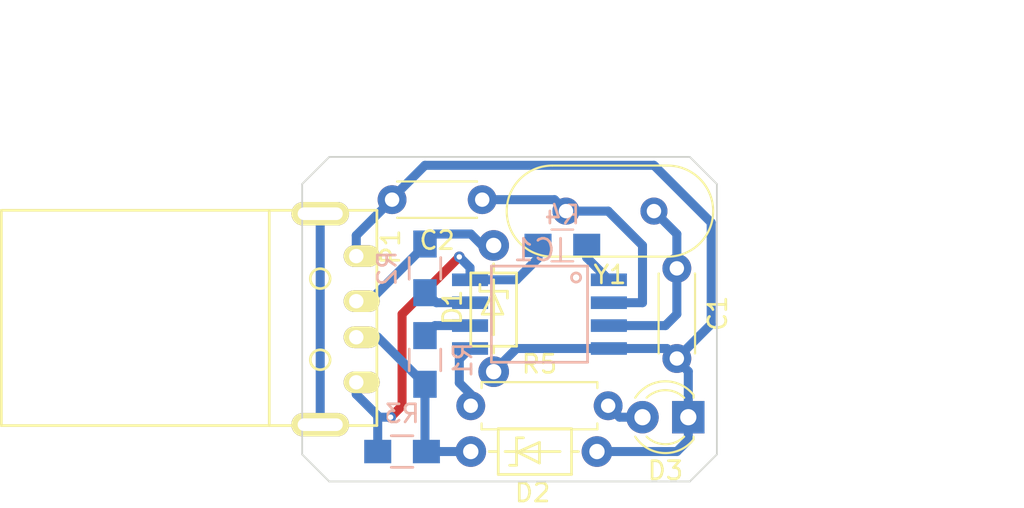
<source format=kicad_pcb>
(kicad_pcb (version 4) (host pcbnew 4.0.7-e2-6376~58~ubuntu16.04.1)

  (general
    (links 24)
    (no_connects 0)
    (area 128.449999 94.249999 151.550001 112.350001)
    (thickness 1.6)
    (drawings 11)
    (tracks 72)
    (zones 0)
    (modules 13)
    (nets 13)
  )

  (page A4)
  (title_block
    (title "Macro keyboard")
    (date 2017-11-25)
    (rev v2.0)
  )

  (layers
    (0 F.Cu signal)
    (31 B.Cu signal)
    (32 B.Adhes user)
    (33 F.Adhes user)
    (34 B.Paste user)
    (35 F.Paste user)
    (36 B.SilkS user)
    (37 F.SilkS user)
    (38 B.Mask user)
    (39 F.Mask user)
    (40 Dwgs.User user)
    (41 Cmts.User user)
    (42 Eco1.User user)
    (43 Eco2.User user)
    (44 Edge.Cuts user)
    (45 Margin user)
    (46 B.CrtYd user)
    (47 F.CrtYd user)
    (48 B.Fab user)
    (49 F.Fab user)
  )

  (setup
    (last_trace_width 0.5)
    (trace_clearance 0.5)
    (zone_clearance 0.508)
    (zone_45_only no)
    (trace_min 0.3)
    (segment_width 0.2)
    (edge_width 0.1)
    (via_size 0.6)
    (via_drill 0.3)
    (via_min_size 0.4)
    (via_min_drill 0.3)
    (uvia_size 0.3)
    (uvia_drill 0.1)
    (uvias_allowed no)
    (uvia_min_size 0.2)
    (uvia_min_drill 0.1)
    (pcb_text_width 0.3)
    (pcb_text_size 1.5 1.5)
    (mod_edge_width 0.15)
    (mod_text_size 1 1)
    (mod_text_width 0.15)
    (pad_size 1.5 1.5)
    (pad_drill 0.6)
    (pad_to_mask_clearance 0)
    (aux_axis_origin 0 0)
    (visible_elements FFFFFFFF)
    (pcbplotparams
      (layerselection 0x00030_80000001)
      (usegerberextensions false)
      (excludeedgelayer true)
      (linewidth 0.100000)
      (plotframeref false)
      (viasonmask false)
      (mode 1)
      (useauxorigin false)
      (hpglpennumber 1)
      (hpglpenspeed 20)
      (hpglpendiameter 15)
      (hpglpenoverlay 2)
      (psnegative false)
      (psa4output false)
      (plotreference true)
      (plotvalue true)
      (plotinvisibletext false)
      (padsonsilk false)
      (subtractmaskfromsilk false)
      (outputformat 1)
      (mirror false)
      (drillshape 0)
      (scaleselection 1)
      (outputdirectory ""))
  )

  (net 0 "")
  (net 1 "Net-(D1-Pad1)")
  (net 2 GND)
  (net 3 "Net-(D2-Pad1)")
  (net 4 +5V)
  (net 5 "Net-(IC1-Pad1)")
  (net 6 "Net-(IC1-Pad7)")
  (net 7 "Net-(IC1-Pad6)")
  (net 8 "Net-(C1-Pad1)")
  (net 9 "Net-(C2-Pad1)")
  (net 10 "Net-(D3-Pad2)")
  (net 11 "Net-(IC1-Pad5)")
  (net 12 "Net-(P1-Pad5)")

  (net_class Default "This is the default net class."
    (clearance 0.5)
    (trace_width 0.5)
    (via_dia 0.6)
    (via_drill 0.3)
    (uvia_dia 0.3)
    (uvia_drill 0.1)
    (add_net +5V)
    (add_net GND)
    (add_net "Net-(C1-Pad1)")
    (add_net "Net-(C2-Pad1)")
    (add_net "Net-(D1-Pad1)")
    (add_net "Net-(D2-Pad1)")
    (add_net "Net-(D3-Pad2)")
    (add_net "Net-(IC1-Pad1)")
    (add_net "Net-(IC1-Pad5)")
    (add_net "Net-(IC1-Pad6)")
    (add_net "Net-(IC1-Pad7)")
    (add_net "Net-(P1-Pad5)")
  )

  (module CustomPCD:Diode_Zener (layer F.Cu) (tedit 57E42131) (tstamp 57E439D8)
    (at 139.12 99.21 270)
    (path /57E40030)
    (fp_text reference D1 (at 3.429 2.286 270) (layer F.SilkS)
      (effects (font (size 1 1) (thickness 0.15)))
    )
    (fp_text value "ZENER 3.6V" (at 3.556 -2.286 270) (layer F.Fab)
      (effects (font (size 1 1) (thickness 0.15)))
    )
    (fp_line (start 2.54 0.762) (end 2.159 0.762) (layer F.SilkS) (width 0.15))
    (fp_line (start 2.54 -0.762) (end 2.921 -0.762) (layer F.SilkS) (width 0.15))
    (fp_line (start 2.667 0) (end 3.81 -0.508) (layer F.SilkS) (width 0.15))
    (fp_line (start 3.81 -0.508) (end 3.81 0.635) (layer F.SilkS) (width 0.15))
    (fp_line (start 3.81 0.635) (end 2.54 0) (layer F.SilkS) (width 0.15))
    (fp_line (start 2.54 -0.762) (end 2.54 0.762) (layer F.SilkS) (width 0.15))
    (fp_line (start 1.905 0) (end 4.953 0) (layer F.SilkS) (width 0.15))
    (fp_line (start 5.588 0) (end 5.969 0) (layer F.SilkS) (width 0.15))
    (fp_line (start 1.524 0) (end 1.016 0) (layer F.SilkS) (width 0.15))
    (fp_line (start 1.524 -1.27) (end 5.588 -1.27) (layer F.SilkS) (width 0.15))
    (fp_line (start 5.588 -1.27) (end 5.588 1.27) (layer F.SilkS) (width 0.15))
    (fp_line (start 5.588 1.27) (end 1.524 1.27) (layer F.SilkS) (width 0.15))
    (fp_line (start 1.524 1.27) (end 1.524 -1.27) (layer F.SilkS) (width 0.15))
    (pad 1 thru_hole circle (at 0 0 270) (size 1.7 1.7) (drill 0.85) (layers *.Cu *.Mask)
      (net 1 "Net-(D1-Pad1)"))
    (pad 2 thru_hole circle (at 7 0 270) (size 1.7 1.7) (drill 0.85) (layers *.Cu *.Mask)
      (net 2 GND))
  )

  (module CustomPCD:Diode_Zener (layer F.Cu) (tedit 57E42131) (tstamp 57E439EB)
    (at 137.85 110.64)
    (path /57E404EA)
    (fp_text reference D2 (at 3.429 2.286) (layer F.SilkS)
      (effects (font (size 1 1) (thickness 0.15)))
    )
    (fp_text value "ZENER 3.6V" (at 3.556 -2.286) (layer F.Fab)
      (effects (font (size 1 1) (thickness 0.15)))
    )
    (fp_line (start 2.54 0.762) (end 2.159 0.762) (layer F.SilkS) (width 0.15))
    (fp_line (start 2.54 -0.762) (end 2.921 -0.762) (layer F.SilkS) (width 0.15))
    (fp_line (start 2.667 0) (end 3.81 -0.508) (layer F.SilkS) (width 0.15))
    (fp_line (start 3.81 -0.508) (end 3.81 0.635) (layer F.SilkS) (width 0.15))
    (fp_line (start 3.81 0.635) (end 2.54 0) (layer F.SilkS) (width 0.15))
    (fp_line (start 2.54 -0.762) (end 2.54 0.762) (layer F.SilkS) (width 0.15))
    (fp_line (start 1.905 0) (end 4.953 0) (layer F.SilkS) (width 0.15))
    (fp_line (start 5.588 0) (end 5.969 0) (layer F.SilkS) (width 0.15))
    (fp_line (start 1.524 0) (end 1.016 0) (layer F.SilkS) (width 0.15))
    (fp_line (start 1.524 -1.27) (end 5.588 -1.27) (layer F.SilkS) (width 0.15))
    (fp_line (start 5.588 -1.27) (end 5.588 1.27) (layer F.SilkS) (width 0.15))
    (fp_line (start 5.588 1.27) (end 1.524 1.27) (layer F.SilkS) (width 0.15))
    (fp_line (start 1.524 1.27) (end 1.524 -1.27) (layer F.SilkS) (width 0.15))
    (pad 1 thru_hole circle (at 0 0) (size 1.7 1.7) (drill 0.85) (layers *.Cu *.Mask)
      (net 3 "Net-(D2-Pad1)"))
    (pad 2 thru_hole circle (at 7 0) (size 1.7 1.7) (drill 0.85) (layers *.Cu *.Mask)
      (net 2 GND))
  )

  (module CustomPCD:SOIC-8S2 (layer B.Cu) (tedit 57E42509) (tstamp 57E439FC)
    (at 141.66 103.02 270)
    (path /57E3FA74)
    (fp_text reference IC1 (at -3.556 0 540) (layer B.SilkS)
      (effects (font (size 1.2 1.2) (thickness 0.15)) (justify mirror))
    )
    (fp_text value ATTINY85-S (at 0 0 270) (layer B.Fab)
      (effects (font (size 1.2 1.2) (thickness 0.15)) (justify mirror))
    )
    (fp_circle (center -2.032 -2.032) (end -1.778 -2.032) (layer B.SilkS) (width 0.15))
    (fp_line (start -2.667 -2.667) (end -2.667 2.667) (layer B.SilkS) (width 0.15))
    (fp_line (start -2.667 2.667) (end 2.667 2.667) (layer B.SilkS) (width 0.15))
    (fp_line (start 2.667 2.667) (end 2.667 -2.667) (layer B.SilkS) (width 0.15))
    (fp_line (start 2.667 -2.667) (end -2.667 -2.667) (layer B.SilkS) (width 0.15))
    (pad 8 smd rect (at -1.905 3.85 270) (size 0.7 2) (layers B.Cu B.Paste B.Mask)
      (net 4 +5V))
    (pad 1 smd rect (at -1.905 -3.85 270) (size 0.7 2) (layers B.Cu B.Paste B.Mask)
      (net 5 "Net-(IC1-Pad1)"))
    (pad 7 smd rect (at -0.635 3.85 270) (size 0.7 2) (layers B.Cu B.Paste B.Mask)
      (net 6 "Net-(IC1-Pad7)"))
    (pad 2 smd rect (at -0.635 -3.85 270) (size 0.7 2) (layers B.Cu B.Paste B.Mask)
      (net 9 "Net-(C2-Pad1)"))
    (pad 6 smd rect (at 0.635 3.85 270) (size 0.7 2) (layers B.Cu B.Paste B.Mask)
      (net 7 "Net-(IC1-Pad6)"))
    (pad 3 smd rect (at 0.635 -3.85 270) (size 0.7 2) (layers B.Cu B.Paste B.Mask)
      (net 8 "Net-(C1-Pad1)"))
    (pad 5 smd rect (at 1.905 3.85 270) (size 0.7 2) (layers B.Cu B.Paste B.Mask)
      (net 11 "Net-(IC1-Pad5)"))
    (pad 4 smd rect (at 1.905 -3.85 270) (size 0.7 2) (layers B.Cu B.Paste B.Mask)
      (net 2 GND))
  )

  (module CustomPCD:USB_A_male (layer F.Cu) (tedit 57E43345) (tstamp 57E43A0D)
    (at 131.5 103.3 270)
    (descr "USB A connector")
    (tags "USB USB_A")
    (path /57E400B6)
    (fp_text reference P1 (at -4.008 -1.905 270) (layer F.SilkS)
      (effects (font (size 1 1) (thickness 0.15)))
    )
    (fp_text value USB_A (at 0 4.01 270) (layer F.Fab)
      (effects (font (size 1 1) (thickness 0.15)))
    )
    (fp_circle (center 2.25 2) (end 1.7 2) (layer F.SilkS) (width 0.15))
    (fp_circle (center -2.25 2) (end -1.7 2) (layer F.SilkS) (width 0.15))
    (fp_line (start 5.898 19.685) (end -6.04 19.685) (layer F.SilkS) (width 0.15))
    (fp_line (start 5.898 -1.143) (end 5.898 19.685) (layer F.SilkS) (width 0.15))
    (fp_line (start 5.898 4.826) (end -6.04 4.826) (layer F.SilkS) (width 0.15))
    (fp_line (start 5.898 -1.143) (end -6.04 -1.143) (layer F.SilkS) (width 0.15))
    (fp_line (start -6.04 -1.143) (end -6.04 19.685) (layer F.SilkS) (width 0.15))
    (pad 5 thru_hole oval (at 5.85 2 180) (size 3.2 1.3) (drill oval 2.5 0.7) (layers *.Cu *.Mask F.SilkS)
      (net 12 "Net-(P1-Pad5)"))
    (pad 1 thru_hole oval (at 3.5 0 180) (size 2 1.2) (drill 0.8 (offset -0.3 0)) (layers *.Cu *.Mask F.SilkS)
      (net 4 +5V))
    (pad 2 thru_hole oval (at 1 0 180) (size 2 1.2) (drill 0.8 (offset -0.3 0)) (layers *.Cu *.Mask F.SilkS)
      (net 3 "Net-(D2-Pad1)"))
    (pad 3 thru_hole oval (at -1 0 180) (size 2 1.2) (drill 0.8 (offset -0.3 0)) (layers *.Cu *.Mask F.SilkS)
      (net 1 "Net-(D1-Pad1)"))
    (pad 4 thru_hole oval (at -3.5 0 180) (size 2 1.2) (drill 0.8 (offset -0.3 0)) (layers *.Cu *.Mask F.SilkS)
      (net 2 GND))
    (pad 5 thru_hole oval (at -5.85 2 180) (size 3.2 1.3) (drill oval 2.5 0.7) (layers *.Cu *.Mask F.SilkS)
      (net 12 "Net-(P1-Pad5)"))
    (model Connect.3dshapes/USB_A.wrl
      (at (xyz 0.14 0 0))
      (scale (xyz 1 1 1))
      (rotate (xyz 0 0 90))
    )
  )

  (module Resistors_SMD:R_0805_HandSoldering (layer B.Cu) (tedit 54189DEE) (tstamp 57E43A13)
    (at 135.31 105.56 90)
    (descr "Resistor SMD 0805, hand soldering")
    (tags "resistor 0805")
    (path /57E4069B)
    (attr smd)
    (fp_text reference R1 (at 0 2.1 90) (layer B.SilkS)
      (effects (font (size 1 1) (thickness 0.15)) (justify mirror))
    )
    (fp_text value 68R (at 0 -2.1 90) (layer B.Fab)
      (effects (font (size 1 1) (thickness 0.15)) (justify mirror))
    )
    (fp_line (start -2.4 1) (end 2.4 1) (layer B.CrtYd) (width 0.05))
    (fp_line (start -2.4 -1) (end 2.4 -1) (layer B.CrtYd) (width 0.05))
    (fp_line (start -2.4 1) (end -2.4 -1) (layer B.CrtYd) (width 0.05))
    (fp_line (start 2.4 1) (end 2.4 -1) (layer B.CrtYd) (width 0.05))
    (fp_line (start 0.6 -0.875) (end -0.6 -0.875) (layer B.SilkS) (width 0.15))
    (fp_line (start -0.6 0.875) (end 0.6 0.875) (layer B.SilkS) (width 0.15))
    (pad 1 smd rect (at -1.35 0 90) (size 1.5 1.3) (layers B.Cu B.Paste B.Mask)
      (net 3 "Net-(D2-Pad1)"))
    (pad 2 smd rect (at 1.35 0 90) (size 1.5 1.3) (layers B.Cu B.Paste B.Mask)
      (net 7 "Net-(IC1-Pad6)"))
    (model Resistors_SMD.3dshapes/R_0805_HandSoldering.wrl
      (at (xyz 0 0 0))
      (scale (xyz 1 1 1))
      (rotate (xyz 0 0 0))
    )
  )

  (module Resistors_SMD:R_0805_HandSoldering (layer B.Cu) (tedit 54189DEE) (tstamp 57E43A19)
    (at 135.31 100.48 270)
    (descr "Resistor SMD 0805, hand soldering")
    (tags "resistor 0805")
    (path /57E3FBBD)
    (attr smd)
    (fp_text reference R2 (at 0 2.1 270) (layer B.SilkS)
      (effects (font (size 1 1) (thickness 0.15)) (justify mirror))
    )
    (fp_text value 68R (at 0 -2.1 270) (layer B.Fab)
      (effects (font (size 1 1) (thickness 0.15)) (justify mirror))
    )
    (fp_line (start -2.4 1) (end 2.4 1) (layer B.CrtYd) (width 0.05))
    (fp_line (start -2.4 -1) (end 2.4 -1) (layer B.CrtYd) (width 0.05))
    (fp_line (start -2.4 1) (end -2.4 -1) (layer B.CrtYd) (width 0.05))
    (fp_line (start 2.4 1) (end 2.4 -1) (layer B.CrtYd) (width 0.05))
    (fp_line (start 0.6 -0.875) (end -0.6 -0.875) (layer B.SilkS) (width 0.15))
    (fp_line (start -0.6 0.875) (end 0.6 0.875) (layer B.SilkS) (width 0.15))
    (pad 1 smd rect (at -1.35 0 270) (size 1.5 1.3) (layers B.Cu B.Paste B.Mask)
      (net 1 "Net-(D1-Pad1)"))
    (pad 2 smd rect (at 1.35 0 270) (size 1.5 1.3) (layers B.Cu B.Paste B.Mask)
      (net 6 "Net-(IC1-Pad7)"))
    (model Resistors_SMD.3dshapes/R_0805_HandSoldering.wrl
      (at (xyz 0 0 0))
      (scale (xyz 1 1 1))
      (rotate (xyz 0 0 0))
    )
  )

  (module Resistors_SMD:R_0805_HandSoldering (layer B.Cu) (tedit 54189DEE) (tstamp 57E43A1F)
    (at 134.04 110.64 180)
    (descr "Resistor SMD 0805, hand soldering")
    (tags "resistor 0805")
    (path /57E406FB)
    (attr smd)
    (fp_text reference R3 (at 0 2.1 180) (layer B.SilkS)
      (effects (font (size 1 1) (thickness 0.15)) (justify mirror))
    )
    (fp_text value 1k5 (at 0 -2.1 180) (layer B.Fab)
      (effects (font (size 1 1) (thickness 0.15)) (justify mirror))
    )
    (fp_line (start -2.4 1) (end 2.4 1) (layer B.CrtYd) (width 0.05))
    (fp_line (start -2.4 -1) (end 2.4 -1) (layer B.CrtYd) (width 0.05))
    (fp_line (start -2.4 1) (end -2.4 -1) (layer B.CrtYd) (width 0.05))
    (fp_line (start 2.4 1) (end 2.4 -1) (layer B.CrtYd) (width 0.05))
    (fp_line (start 0.6 -0.875) (end -0.6 -0.875) (layer B.SilkS) (width 0.15))
    (fp_line (start -0.6 0.875) (end 0.6 0.875) (layer B.SilkS) (width 0.15))
    (pad 1 smd rect (at -1.35 0 180) (size 1.5 1.3) (layers B.Cu B.Paste B.Mask)
      (net 3 "Net-(D2-Pad1)"))
    (pad 2 smd rect (at 1.35 0 180) (size 1.5 1.3) (layers B.Cu B.Paste B.Mask)
      (net 4 +5V))
    (model Resistors_SMD.3dshapes/R_0805_HandSoldering.wrl
      (at (xyz 0 0 0))
      (scale (xyz 1 1 1))
      (rotate (xyz 0 0 0))
    )
  )

  (module Capacitors_THT:C_Disc_D4.3mm_W1.9mm_P5.00mm (layer F.Cu) (tedit 597BC7C2) (tstamp 5A103030)
    (at 149.28 100.48 270)
    (descr "C, Disc series, Radial, pin pitch=5.00mm, , diameter*width=4.3*1.9mm^2, Capacitor, http://www.vishay.com/docs/45233/krseries.pdf")
    (tags "C Disc series Radial pin pitch 5.00mm  diameter 4.3mm width 1.9mm Capacitor")
    (path /5A104FC4)
    (fp_text reference C1 (at 2.5 -2.26 270) (layer F.SilkS)
      (effects (font (size 1 1) (thickness 0.15)))
    )
    (fp_text value 22pF (at 2.5 2.26 270) (layer F.Fab)
      (effects (font (size 1 1) (thickness 0.15)))
    )
    (fp_line (start 0.35 -0.95) (end 0.35 0.95) (layer F.Fab) (width 0.1))
    (fp_line (start 0.35 0.95) (end 4.65 0.95) (layer F.Fab) (width 0.1))
    (fp_line (start 4.65 0.95) (end 4.65 -0.95) (layer F.Fab) (width 0.1))
    (fp_line (start 4.65 -0.95) (end 0.35 -0.95) (layer F.Fab) (width 0.1))
    (fp_line (start 0.29 -1.01) (end 4.71 -1.01) (layer F.SilkS) (width 0.12))
    (fp_line (start 0.29 1.01) (end 4.71 1.01) (layer F.SilkS) (width 0.12))
    (fp_line (start 0.29 -1.01) (end 0.29 -0.996) (layer F.SilkS) (width 0.12))
    (fp_line (start 0.29 0.996) (end 0.29 1.01) (layer F.SilkS) (width 0.12))
    (fp_line (start 4.71 -1.01) (end 4.71 -0.996) (layer F.SilkS) (width 0.12))
    (fp_line (start 4.71 0.996) (end 4.71 1.01) (layer F.SilkS) (width 0.12))
    (fp_line (start -1.05 -1.3) (end -1.05 1.3) (layer F.CrtYd) (width 0.05))
    (fp_line (start -1.05 1.3) (end 6.05 1.3) (layer F.CrtYd) (width 0.05))
    (fp_line (start 6.05 1.3) (end 6.05 -1.3) (layer F.CrtYd) (width 0.05))
    (fp_line (start 6.05 -1.3) (end -1.05 -1.3) (layer F.CrtYd) (width 0.05))
    (fp_text user %R (at 2.5 0 270) (layer F.Fab)
      (effects (font (size 1 1) (thickness 0.15)))
    )
    (pad 1 thru_hole circle (at 0 0 270) (size 1.6 1.6) (drill 0.8) (layers *.Cu *.Mask)
      (net 8 "Net-(C1-Pad1)"))
    (pad 2 thru_hole circle (at 5 0 270) (size 1.6 1.6) (drill 0.8) (layers *.Cu *.Mask)
      (net 2 GND))
    (model ${KISYS3DMOD}/Capacitors_THT.3dshapes/C_Disc_D4.3mm_W1.9mm_P5.00mm.wrl
      (at (xyz 0 0 0))
      (scale (xyz 1 1 1))
      (rotate (xyz 0 0 0))
    )
  )

  (module Capacitors_THT:C_Disc_D4.3mm_W1.9mm_P5.00mm (layer F.Cu) (tedit 597BC7C2) (tstamp 5A103045)
    (at 138.485 96.67 180)
    (descr "C, Disc series, Radial, pin pitch=5.00mm, , diameter*width=4.3*1.9mm^2, Capacitor, http://www.vishay.com/docs/45233/krseries.pdf")
    (tags "C Disc series Radial pin pitch 5.00mm  diameter 4.3mm width 1.9mm Capacitor")
    (path /5A102185)
    (fp_text reference C2 (at 2.5 -2.26 180) (layer F.SilkS)
      (effects (font (size 1 1) (thickness 0.15)))
    )
    (fp_text value 22pF (at 2.5 2.26 180) (layer F.Fab)
      (effects (font (size 1 1) (thickness 0.15)))
    )
    (fp_line (start 0.35 -0.95) (end 0.35 0.95) (layer F.Fab) (width 0.1))
    (fp_line (start 0.35 0.95) (end 4.65 0.95) (layer F.Fab) (width 0.1))
    (fp_line (start 4.65 0.95) (end 4.65 -0.95) (layer F.Fab) (width 0.1))
    (fp_line (start 4.65 -0.95) (end 0.35 -0.95) (layer F.Fab) (width 0.1))
    (fp_line (start 0.29 -1.01) (end 4.71 -1.01) (layer F.SilkS) (width 0.12))
    (fp_line (start 0.29 1.01) (end 4.71 1.01) (layer F.SilkS) (width 0.12))
    (fp_line (start 0.29 -1.01) (end 0.29 -0.996) (layer F.SilkS) (width 0.12))
    (fp_line (start 0.29 0.996) (end 0.29 1.01) (layer F.SilkS) (width 0.12))
    (fp_line (start 4.71 -1.01) (end 4.71 -0.996) (layer F.SilkS) (width 0.12))
    (fp_line (start 4.71 0.996) (end 4.71 1.01) (layer F.SilkS) (width 0.12))
    (fp_line (start -1.05 -1.3) (end -1.05 1.3) (layer F.CrtYd) (width 0.05))
    (fp_line (start -1.05 1.3) (end 6.05 1.3) (layer F.CrtYd) (width 0.05))
    (fp_line (start 6.05 1.3) (end 6.05 -1.3) (layer F.CrtYd) (width 0.05))
    (fp_line (start 6.05 -1.3) (end -1.05 -1.3) (layer F.CrtYd) (width 0.05))
    (fp_text user %R (at 2.5 0 180) (layer F.Fab)
      (effects (font (size 1 1) (thickness 0.15)))
    )
    (pad 1 thru_hole circle (at 0 0 180) (size 1.6 1.6) (drill 0.8) (layers *.Cu *.Mask)
      (net 9 "Net-(C2-Pad1)"))
    (pad 2 thru_hole circle (at 5 0 180) (size 1.6 1.6) (drill 0.8) (layers *.Cu *.Mask)
      (net 2 GND))
    (model ${KISYS3DMOD}/Capacitors_THT.3dshapes/C_Disc_D4.3mm_W1.9mm_P5.00mm.wrl
      (at (xyz 0 0 0))
      (scale (xyz 1 1 1))
      (rotate (xyz 0 0 0))
    )
  )

  (module LEDs:LED_D3.0mm (layer F.Cu) (tedit 587A3A7B) (tstamp 5A103058)
    (at 149.915 108.735 180)
    (descr "LED, diameter 3.0mm, 2 pins")
    (tags "LED diameter 3.0mm 2 pins")
    (path /5A1081DD)
    (fp_text reference D3 (at 1.27 -2.96 180) (layer F.SilkS)
      (effects (font (size 1 1) (thickness 0.15)))
    )
    (fp_text value LED_Red_2V_10mA (at 1.27 2.96 180) (layer F.Fab)
      (effects (font (size 1 1) (thickness 0.15)))
    )
    (fp_arc (start 1.27 0) (end -0.23 -1.16619) (angle 284.3) (layer F.Fab) (width 0.1))
    (fp_arc (start 1.27 0) (end -0.29 -1.235516) (angle 108.8) (layer F.SilkS) (width 0.12))
    (fp_arc (start 1.27 0) (end -0.29 1.235516) (angle -108.8) (layer F.SilkS) (width 0.12))
    (fp_arc (start 1.27 0) (end 0.229039 -1.08) (angle 87.9) (layer F.SilkS) (width 0.12))
    (fp_arc (start 1.27 0) (end 0.229039 1.08) (angle -87.9) (layer F.SilkS) (width 0.12))
    (fp_circle (center 1.27 0) (end 2.77 0) (layer F.Fab) (width 0.1))
    (fp_line (start -0.23 -1.16619) (end -0.23 1.16619) (layer F.Fab) (width 0.1))
    (fp_line (start -0.29 -1.236) (end -0.29 -1.08) (layer F.SilkS) (width 0.12))
    (fp_line (start -0.29 1.08) (end -0.29 1.236) (layer F.SilkS) (width 0.12))
    (fp_line (start -1.15 -2.25) (end -1.15 2.25) (layer F.CrtYd) (width 0.05))
    (fp_line (start -1.15 2.25) (end 3.7 2.25) (layer F.CrtYd) (width 0.05))
    (fp_line (start 3.7 2.25) (end 3.7 -2.25) (layer F.CrtYd) (width 0.05))
    (fp_line (start 3.7 -2.25) (end -1.15 -2.25) (layer F.CrtYd) (width 0.05))
    (pad 1 thru_hole rect (at 0 0 180) (size 1.8 1.8) (drill 0.9) (layers *.Cu *.Mask)
      (net 2 GND))
    (pad 2 thru_hole circle (at 2.54 0 180) (size 1.8 1.8) (drill 0.9) (layers *.Cu *.Mask)
      (net 10 "Net-(D3-Pad2)"))
    (model ${KISYS3DMOD}/LEDs.3dshapes/LED_D3.0mm.wrl
      (at (xyz 0 0 0))
      (scale (xyz 0.393701 0.393701 0.393701))
      (rotate (xyz 0 0 0))
    )
  )

  (module Resistors_THT:R_Axial_DIN0207_L6.3mm_D2.5mm_P7.62mm_Horizontal (layer F.Cu) (tedit 5874F706) (tstamp 5A103084)
    (at 137.85 108.1)
    (descr "Resistor, Axial_DIN0207 series, Axial, Horizontal, pin pitch=7.62mm, 0.25W = 1/4W, length*diameter=6.3*2.5mm^2, http://cdn-reichelt.de/documents/datenblatt/B400/1_4W%23YAG.pdf")
    (tags "Resistor Axial_DIN0207 series Axial Horizontal pin pitch 7.62mm 0.25W = 1/4W length 6.3mm diameter 2.5mm")
    (path /5A10801D)
    (fp_text reference R5 (at 3.81 -2.31) (layer F.SilkS)
      (effects (font (size 1 1) (thickness 0.15)))
    )
    (fp_text value 330R (at 3.81 2.31) (layer F.Fab)
      (effects (font (size 1 1) (thickness 0.15)))
    )
    (fp_line (start 0.66 -1.25) (end 0.66 1.25) (layer F.Fab) (width 0.1))
    (fp_line (start 0.66 1.25) (end 6.96 1.25) (layer F.Fab) (width 0.1))
    (fp_line (start 6.96 1.25) (end 6.96 -1.25) (layer F.Fab) (width 0.1))
    (fp_line (start 6.96 -1.25) (end 0.66 -1.25) (layer F.Fab) (width 0.1))
    (fp_line (start 0 0) (end 0.66 0) (layer F.Fab) (width 0.1))
    (fp_line (start 7.62 0) (end 6.96 0) (layer F.Fab) (width 0.1))
    (fp_line (start 0.6 -0.98) (end 0.6 -1.31) (layer F.SilkS) (width 0.12))
    (fp_line (start 0.6 -1.31) (end 7.02 -1.31) (layer F.SilkS) (width 0.12))
    (fp_line (start 7.02 -1.31) (end 7.02 -0.98) (layer F.SilkS) (width 0.12))
    (fp_line (start 0.6 0.98) (end 0.6 1.31) (layer F.SilkS) (width 0.12))
    (fp_line (start 0.6 1.31) (end 7.02 1.31) (layer F.SilkS) (width 0.12))
    (fp_line (start 7.02 1.31) (end 7.02 0.98) (layer F.SilkS) (width 0.12))
    (fp_line (start -1.05 -1.6) (end -1.05 1.6) (layer F.CrtYd) (width 0.05))
    (fp_line (start -1.05 1.6) (end 8.7 1.6) (layer F.CrtYd) (width 0.05))
    (fp_line (start 8.7 1.6) (end 8.7 -1.6) (layer F.CrtYd) (width 0.05))
    (fp_line (start 8.7 -1.6) (end -1.05 -1.6) (layer F.CrtYd) (width 0.05))
    (pad 1 thru_hole circle (at 0 0) (size 1.6 1.6) (drill 0.8) (layers *.Cu *.Mask)
      (net 11 "Net-(IC1-Pad5)"))
    (pad 2 thru_hole oval (at 7.62 0) (size 1.6 1.6) (drill 0.8) (layers *.Cu *.Mask)
      (net 10 "Net-(D3-Pad2)"))
    (model ${KISYS3DMOD}/Resistors_THT.3dshapes/R_Axial_DIN0207_L6.3mm_D2.5mm_P7.62mm_Horizontal.wrl
      (at (xyz 0 0 0))
      (scale (xyz 0.393701 0.393701 0.393701))
      (rotate (xyz 0 0 0))
    )
  )

  (module Crystals:Crystal_HC49-4H_Vertical (layer F.Cu) (tedit 58CD2E9C) (tstamp 5A10309B)
    (at 148.01 97.305 180)
    (descr "Crystal THT HC-49-4H http://5hertz.com/pdfs/04404_D.pdf")
    (tags "THT crystalHC-49-4H")
    (path /5A1021EA)
    (fp_text reference Y1 (at 2.44 -3.525 180) (layer F.SilkS)
      (effects (font (size 1 1) (thickness 0.15)))
    )
    (fp_text value Xtal12MHz (at 2.44 3.525 180) (layer F.Fab)
      (effects (font (size 1 1) (thickness 0.15)))
    )
    (fp_text user %R (at 2.44 0 180) (layer F.Fab)
      (effects (font (size 1 1) (thickness 0.15)))
    )
    (fp_line (start -0.76 -2.325) (end 5.64 -2.325) (layer F.Fab) (width 0.1))
    (fp_line (start -0.76 2.325) (end 5.64 2.325) (layer F.Fab) (width 0.1))
    (fp_line (start -0.56 -2) (end 5.44 -2) (layer F.Fab) (width 0.1))
    (fp_line (start -0.56 2) (end 5.44 2) (layer F.Fab) (width 0.1))
    (fp_line (start -0.76 -2.525) (end 5.64 -2.525) (layer F.SilkS) (width 0.12))
    (fp_line (start -0.76 2.525) (end 5.64 2.525) (layer F.SilkS) (width 0.12))
    (fp_line (start -3.6 -2.8) (end -3.6 2.8) (layer F.CrtYd) (width 0.05))
    (fp_line (start -3.6 2.8) (end 8.5 2.8) (layer F.CrtYd) (width 0.05))
    (fp_line (start 8.5 2.8) (end 8.5 -2.8) (layer F.CrtYd) (width 0.05))
    (fp_line (start 8.5 -2.8) (end -3.6 -2.8) (layer F.CrtYd) (width 0.05))
    (fp_arc (start -0.76 0) (end -0.76 -2.325) (angle -180) (layer F.Fab) (width 0.1))
    (fp_arc (start 5.64 0) (end 5.64 -2.325) (angle 180) (layer F.Fab) (width 0.1))
    (fp_arc (start -0.56 0) (end -0.56 -2) (angle -180) (layer F.Fab) (width 0.1))
    (fp_arc (start 5.44 0) (end 5.44 -2) (angle 180) (layer F.Fab) (width 0.1))
    (fp_arc (start -0.76 0) (end -0.76 -2.525) (angle -180) (layer F.SilkS) (width 0.12))
    (fp_arc (start 5.64 0) (end 5.64 -2.525) (angle 180) (layer F.SilkS) (width 0.12))
    (pad 1 thru_hole circle (at 0 0 180) (size 1.5 1.5) (drill 0.8) (layers *.Cu *.Mask)
      (net 8 "Net-(C1-Pad1)"))
    (pad 2 thru_hole circle (at 4.88 0 180) (size 1.5 1.5) (drill 0.8) (layers *.Cu *.Mask)
      (net 9 "Net-(C2-Pad1)"))
    (model ${KISYS3DMOD}/Crystals.3dshapes/Crystal_HC49-4H_Vertical.wrl
      (at (xyz 0 0 0))
      (scale (xyz 0.393701 0.393701 0.393701))
      (rotate (xyz 0 0 0))
    )
  )

  (module Resistors_SMD:R_0805_HandSoldering (layer B.Cu) (tedit 58E0A804) (tstamp 5A103964)
    (at 142.93 99.21 180)
    (descr "Resistor SMD 0805, hand soldering")
    (tags "resistor 0805")
    (path /5A103135)
    (attr smd)
    (fp_text reference R4 (at 0 1.7 180) (layer B.SilkS)
      (effects (font (size 1 1) (thickness 0.15)) (justify mirror))
    )
    (fp_text value 1K5 (at 0 -1.75 180) (layer B.Fab)
      (effects (font (size 1 1) (thickness 0.15)) (justify mirror))
    )
    (fp_text user %R (at 0 0 180) (layer B.Fab)
      (effects (font (size 0.5 0.5) (thickness 0.075)) (justify mirror))
    )
    (fp_line (start -1 -0.62) (end -1 0.62) (layer B.Fab) (width 0.1))
    (fp_line (start 1 -0.62) (end -1 -0.62) (layer B.Fab) (width 0.1))
    (fp_line (start 1 0.62) (end 1 -0.62) (layer B.Fab) (width 0.1))
    (fp_line (start -1 0.62) (end 1 0.62) (layer B.Fab) (width 0.1))
    (fp_line (start 0.6 -0.88) (end -0.6 -0.88) (layer B.SilkS) (width 0.12))
    (fp_line (start -0.6 0.88) (end 0.6 0.88) (layer B.SilkS) (width 0.12))
    (fp_line (start -2.35 0.9) (end 2.35 0.9) (layer B.CrtYd) (width 0.05))
    (fp_line (start -2.35 0.9) (end -2.35 -0.9) (layer B.CrtYd) (width 0.05))
    (fp_line (start 2.35 -0.9) (end 2.35 0.9) (layer B.CrtYd) (width 0.05))
    (fp_line (start 2.35 -0.9) (end -2.35 -0.9) (layer B.CrtYd) (width 0.05))
    (pad 1 smd rect (at -1.35 0 180) (size 1.5 1.3) (layers B.Cu B.Paste B.Mask)
      (net 5 "Net-(IC1-Pad1)"))
    (pad 2 smd rect (at 1.35 0 180) (size 1.5 1.3) (layers B.Cu B.Paste B.Mask)
      (net 4 +5V))
    (model ${KISYS3DMOD}/Resistors_SMD.3dshapes/R_0805.wrl
      (at (xyz 0 0 0))
      (scale (xyz 1 1 1))
      (rotate (xyz 0 0 0))
    )
  )

  (dimension 1.8 (width 0.3) (layer Dwgs.User)
    (gr_text 1,8 (at 124.9 87.4) (layer Dwgs.User) (tstamp 5A1189E5)
      (effects (font (size 1.5 1.5) (thickness 0.3)))
    )
    (feature1 (pts (xy 126.7 97.2) (xy 126.7 86.1)))
    (feature2 (pts (xy 128.5 97.2) (xy 128.5 86.1)))
    (crossbar (pts (xy 128.5 88.8) (xy 126.7 88.8)))
    (arrow1a (pts (xy 126.7 88.8) (xy 127.826504 88.213579)))
    (arrow1b (pts (xy 126.7 88.8) (xy 127.826504 89.386421)))
    (arrow2a (pts (xy 128.5 88.8) (xy 127.373496 88.213579)))
    (arrow2b (pts (xy 128.5 88.8) (xy 127.373496 89.386421)))
  )
  (dimension 18 (width 0.3) (layer Dwgs.User)
    (gr_text "18,0 mm" (at 165.85 103.3 270) (layer Dwgs.User) (tstamp 5A1189E7)
      (effects (font (size 1.5 1.5) (thickness 0.3)))
    )
    (feature1 (pts (xy 151.5 112.3) (xy 167.2 112.3)))
    (feature2 (pts (xy 151.5 94.3) (xy 167.2 94.3)))
    (crossbar (pts (xy 164.5 94.3) (xy 164.5 112.3)))
    (arrow1a (pts (xy 164.5 112.3) (xy 163.913579 111.173496)))
    (arrow1b (pts (xy 164.5 112.3) (xy 165.086421 111.173496)))
    (arrow2a (pts (xy 164.5 94.3) (xy 163.913579 95.426504)))
    (arrow2b (pts (xy 164.5 94.3) (xy 165.086421 95.426504)))
  )
  (dimension 23 (width 0.3) (layer Dwgs.User)
    (gr_text "23,0 mm" (at 140 87.45) (layer Dwgs.User) (tstamp 5A1189E9)
      (effects (font (size 1.5 1.5) (thickness 0.3)))
    )
    (feature1 (pts (xy 151.5 94.3) (xy 151.5 86.1)))
    (feature2 (pts (xy 128.5 94.3) (xy 128.5 86.1)))
    (crossbar (pts (xy 128.5 88.8) (xy 151.5 88.8)))
    (arrow1a (pts (xy 151.5 88.8) (xy 150.373496 89.386421)))
    (arrow1b (pts (xy 151.5 88.8) (xy 150.373496 88.213579)))
    (arrow2a (pts (xy 128.5 88.8) (xy 129.626504 89.386421)))
    (arrow2b (pts (xy 128.5 88.8) (xy 129.626504 88.213579)))
  )
  (gr_line (start 151.5 110.8) (end 151.5 95.8) (angle 90) (layer Edge.Cuts) (width 0.1))
  (gr_line (start 130 112.3) (end 150 112.3) (angle 90) (layer Edge.Cuts) (width 0.1))
  (gr_line (start 128.5 95.8) (end 128.5 110.8) (angle 90) (layer Edge.Cuts) (width 0.1))
  (gr_line (start 150 94.3) (end 130 94.3) (angle 90) (layer Edge.Cuts) (width 0.1))
  (gr_line (start 130 112.3) (end 128.5 110.8) (angle 90) (layer Edge.Cuts) (width 0.1))
  (gr_line (start 151.5 110.8) (end 150 112.3) (angle 90) (layer Edge.Cuts) (width 0.1))
  (gr_line (start 150 94.3) (end 151.5 95.8) (angle 90) (layer Edge.Cuts) (width 0.1))
  (gr_line (start 130 94.3) (end 128.5 95.8) (angle 90) (layer Edge.Cuts) (width 0.1))

  (segment (start 139.12 99.21) (end 138.485 99.21) (width 0.5) (layer B.Cu) (net 1))
  (segment (start 138.485 99.21) (end 137.85 98.575) (width 0.5) (layer B.Cu) (net 1) (tstamp 5A10371F))
  (segment (start 137.85 98.575) (end 135.865 98.575) (width 0.5) (layer B.Cu) (net 1) (tstamp 5A103721))
  (segment (start 135.865 98.575) (end 135.31 99.13) (width 0.5) (layer B.Cu) (net 1) (tstamp 5A103722))
  (segment (start 135.31 99.13) (end 135.31 99.21) (width 0.5) (layer B.Cu) (net 1))
  (segment (start 135.31 99.21) (end 132.22 102.3) (width 0.5) (layer B.Cu) (net 1) (tstamp 5A10357E))
  (segment (start 132.22 102.3) (end 131.5 102.3) (width 0.5) (layer B.Cu) (net 1) (tstamp 5A10357F))
  (segment (start 149.915 108.735) (end 149.915 110.005) (width 0.5) (layer B.Cu) (net 2))
  (segment (start 149.28 110.64) (end 144.85 110.64) (width 0.5) (layer B.Cu) (net 2) (tstamp 5A103A51))
  (segment (start 149.915 110.005) (end 149.28 110.64) (width 0.5) (layer B.Cu) (net 2) (tstamp 5A103A50))
  (segment (start 149.28 105.48) (end 149.28 105.56) (width 0.5) (layer B.Cu) (net 2))
  (segment (start 149.28 105.56) (end 149.915 106.195) (width 0.5) (layer B.Cu) (net 2) (tstamp 5A103A4C))
  (segment (start 149.915 106.195) (end 149.915 108.735) (width 0.5) (layer B.Cu) (net 2) (tstamp 5A103A4D))
  (segment (start 139.12 106.21) (end 139.12 106.195) (width 0.5) (layer B.Cu) (net 2))
  (segment (start 139.12 106.195) (end 140.39 104.925) (width 0.5) (layer B.Cu) (net 2) (tstamp 5A1037BB))
  (segment (start 140.39 104.925) (end 145.51 104.925) (width 0.5) (layer B.Cu) (net 2) (tstamp 5A1037BD))
  (segment (start 133.485 96.67) (end 133.485 96.59) (width 0.5) (layer B.Cu) (net 2))
  (segment (start 133.485 96.59) (end 135.31 94.765) (width 0.5) (layer B.Cu) (net 2) (tstamp 5A103772))
  (segment (start 151.185 103.575) (end 149.28 105.48) (width 0.5) (layer B.Cu) (net 2) (tstamp 5A10378A))
  (segment (start 151.185 97.94) (end 151.185 103.575) (width 0.5) (layer B.Cu) (net 2) (tstamp 5A103783))
  (segment (start 148.01 94.765) (end 151.185 97.94) (width 0.5) (layer B.Cu) (net 2) (tstamp 5A103779))
  (segment (start 135.31 94.765) (end 148.01 94.765) (width 0.5) (layer B.Cu) (net 2) (tstamp 5A103773))
  (segment (start 131.5 99.8) (end 131.5 98.655) (width 0.5) (layer B.Cu) (net 2))
  (segment (start 131.5 98.655) (end 133.485 96.67) (width 0.5) (layer B.Cu) (net 2) (tstamp 5A10376F))
  (segment (start 145.51 104.925) (end 148.725 104.925) (width 0.5) (layer B.Cu) (net 2))
  (segment (start 148.725 104.925) (end 149.28 105.48) (width 0.5) (layer B.Cu) (net 2) (tstamp 5A10376C))
  (segment (start 131.5 104.3) (end 132.7 104.3) (width 0.5) (layer B.Cu) (net 3))
  (segment (start 132.7 104.3) (end 135.31 106.91) (width 0.5) (layer B.Cu) (net 3) (tstamp 5A103A5D))
  (segment (start 135.31 106.91) (end 135.31 110.56) (width 0.5) (layer B.Cu) (net 3))
  (segment (start 135.31 110.56) (end 135.39 110.64) (width 0.5) (layer B.Cu) (net 3) (tstamp 5A1035A6))
  (segment (start 135.39 110.64) (end 137.85 110.64) (width 0.5) (layer B.Cu) (net 3))
  (segment (start 137.81 101.115) (end 140.39 101.115) (width 0.5) (layer B.Cu) (net 4))
  (segment (start 141.58 99.925) (end 141.58 99.21) (width 0.5) (layer B.Cu) (net 4) (tstamp 5A1039A9))
  (segment (start 140.39 101.115) (end 141.58 99.925) (width 0.5) (layer B.Cu) (net 4) (tstamp 5A1039A8))
  (via (at 133.405 108.735) (size 0.6) (drill 0.3) (layers F.Cu B.Cu) (net 4))
  (segment (start 132.69 108.735) (end 133.405 108.735) (width 0.5) (layer B.Cu) (net 4))
  (segment (start 137.81 100.44) (end 137.81 101.115) (width 0.5) (layer B.Cu) (net 4) (tstamp 5A1036B1))
  (segment (start 137.215 99.845) (end 137.81 100.44) (width 0.5) (layer B.Cu) (net 4) (tstamp 5A1036B0))
  (via (at 137.215 99.845) (size 0.6) (drill 0.3) (layers F.Cu B.Cu) (net 4))
  (segment (start 134.04 103.02) (end 137.215 99.845) (width 0.5) (layer F.Cu) (net 4) (tstamp 5A1036A9))
  (segment (start 134.04 108.1) (end 134.04 103.02) (width 0.5) (layer F.Cu) (net 4) (tstamp 5A1036A7))
  (segment (start 133.405 108.735) (end 134.04 108.1) (width 0.5) (layer F.Cu) (net 4) (tstamp 5A1036A6))
  (segment (start 131.5 106.8) (end 131.5 107.465) (width 0.5) (layer B.Cu) (net 4))
  (segment (start 132.69 108.655) (end 132.69 108.735) (width 0.5) (layer B.Cu) (net 4) (tstamp 5A1035AA))
  (segment (start 132.69 108.735) (end 132.69 110.64) (width 0.5) (layer B.Cu) (net 4) (tstamp 5A1035AD))
  (segment (start 131.5 107.465) (end 132.69 108.655) (width 0.5) (layer B.Cu) (net 4) (tstamp 5A1035A9))
  (segment (start 144.28 99.21) (end 144.28 99.885) (width 0.5) (layer B.Cu) (net 5))
  (segment (start 144.28 99.885) (end 145.51 101.115) (width 0.5) (layer B.Cu) (net 5) (tstamp 5A1039AC))
  (segment (start 135.31 101.83) (end 135.39 101.83) (width 0.5) (layer B.Cu) (net 6))
  (segment (start 135.39 101.83) (end 135.945 102.385) (width 0.5) (layer B.Cu) (net 6) (tstamp 5A1037B1))
  (segment (start 135.945 102.385) (end 137.81 102.385) (width 0.5) (layer B.Cu) (net 6) (tstamp 5A1037B3))
  (segment (start 137.81 103.655) (end 135.865 103.655) (width 0.5) (layer B.Cu) (net 7))
  (segment (start 135.865 103.655) (end 135.31 104.21) (width 0.5) (layer B.Cu) (net 7) (tstamp 5A1037B6))
  (segment (start 149.28 100.48) (end 149.28 98.575) (width 0.5) (layer B.Cu) (net 8))
  (segment (start 149.28 98.575) (end 148.01 97.305) (width 0.5) (layer B.Cu) (net 8) (tstamp 5A103769))
  (segment (start 145.51 103.655) (end 148.645 103.655) (width 0.5) (layer B.Cu) (net 8))
  (segment (start 149.28 103.02) (end 149.28 100.48) (width 0.5) (layer B.Cu) (net 8) (tstamp 5A103761))
  (segment (start 148.645 103.655) (end 149.28 103.02) (width 0.5) (layer B.Cu) (net 8) (tstamp 5A103760))
  (segment (start 145.51 102.385) (end 147.375 102.385) (width 0.5) (layer B.Cu) (net 9))
  (segment (start 145.47 97.305) (end 143.13 97.305) (width 0.5) (layer B.Cu) (net 9) (tstamp 5A103766))
  (segment (start 147.375 99.21) (end 145.47 97.305) (width 0.5) (layer B.Cu) (net 9) (tstamp 5A103765))
  (segment (start 147.375 102.385) (end 147.375 99.21) (width 0.5) (layer B.Cu) (net 9) (tstamp 5A103764))
  (segment (start 138.485 96.67) (end 142.495 96.67) (width 0.5) (layer B.Cu) (net 9))
  (segment (start 142.495 96.67) (end 143.13 97.305) (width 0.5) (layer B.Cu) (net 9) (tstamp 5A10372B))
  (segment (start 147.375 108.735) (end 146.105 108.735) (width 0.5) (layer B.Cu) (net 10))
  (segment (start 146.105 108.735) (end 145.47 108.1) (width 0.5) (layer B.Cu) (net 10) (tstamp 5A103A54))
  (segment (start 137.85 108.1) (end 137.85 107.465) (width 0.5) (layer B.Cu) (net 11))
  (segment (start 137.85 107.465) (end 137.215 106.83) (width 0.5) (layer B.Cu) (net 11) (tstamp 5A103A57))
  (segment (start 137.215 106.83) (end 137.215 105.52) (width 0.5) (layer B.Cu) (net 11) (tstamp 5A103A58))
  (segment (start 137.215 105.52) (end 137.81 104.925) (width 0.5) (layer B.Cu) (net 11) (tstamp 5A103A59))
  (segment (start 129.5 97.45) (end 129.5 109.15) (width 0.5) (layer B.Cu) (net 12))
  (segment (start 129.5 97.45) (end 129.5 97.8) (width 0.5) (layer B.Cu) (net 12))

  (zone (net 2) (net_name GND) (layer B.Cu) (tstamp 5A103D69) (hatch edge 0.508)
    (connect_pads (clearance 0.508))
    (min_thickness 0.254)
    (fill (arc_segments 16) (thermal_gap 0.508) (thermal_bridge_width 0.508))
    (polygon
      (pts
        (xy 128.325 94.13) (xy 151.82 94.13) (xy 151.82 112.545) (xy 128.325 112.545)
      )
    )
  )
  (zone (net 4) (net_name +5V) (layer F.Cu) (tstamp 5A103D69) (hatch edge 0.508)
    (connect_pads (clearance 0.508))
    (min_thickness 0.254)
    (fill (arc_segments 16) (thermal_gap 0.508) (thermal_bridge_width 0.508))
    (polygon
      (pts
        (xy 128.325 94.13) (xy 151.82 94.13) (xy 151.82 112.545) (xy 128.325 112.545)
      )
    )
  )
)

</source>
